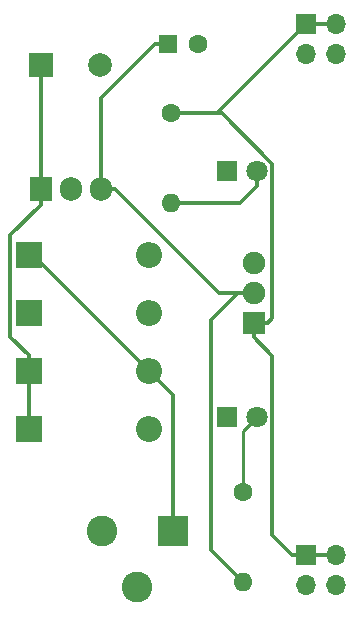
<source format=gbr>
G04 #@! TF.GenerationSoftware,KiCad,Pcbnew,(5.1.4)-1*
G04 #@! TF.CreationDate,2019-09-17T14:56:49+03:00*
G04 #@! TF.ProjectId,Project_1_Breadboard_power_supply,50726f6a-6563-4745-9f31-5f4272656164,v1*
G04 #@! TF.SameCoordinates,Original*
G04 #@! TF.FileFunction,Copper,L1,Top*
G04 #@! TF.FilePolarity,Positive*
%FSLAX46Y46*%
G04 Gerber Fmt 4.6, Leading zero omitted, Abs format (unit mm)*
G04 Created by KiCad (PCBNEW (5.1.4)-1) date 2019-09-17 14:56:49*
%MOMM*%
%LPD*%
G04 APERTURE LIST*
%ADD10R,2.000000X2.000000*%
%ADD11C,2.000000*%
%ADD12R,1.600000X1.600000*%
%ADD13C,1.600000*%
%ADD14O,2.200000X2.200000*%
%ADD15R,2.200000X2.200000*%
%ADD16C,1.800000*%
%ADD17R,1.800000X1.800000*%
%ADD18R,2.600000X2.600000*%
%ADD19C,2.600000*%
%ADD20O,1.700000X1.700000*%
%ADD21R,1.700000X1.700000*%
%ADD22O,1.600000X1.600000*%
%ADD23R,1.900000X1.900000*%
%ADD24C,1.900000*%
%ADD25R,1.905000X2.000000*%
%ADD26O,1.905000X2.000000*%
%ADD27C,0.300000*%
%ADD28C,0.250000*%
G04 APERTURE END LIST*
D10*
X132334000Y-69977000D03*
D11*
X137334000Y-69977000D03*
D12*
X143129000Y-68199000D03*
D13*
X145629000Y-68199000D03*
D14*
X141478000Y-95927332D03*
D15*
X131318000Y-95927332D03*
D14*
X141478000Y-86106000D03*
D15*
X131318000Y-86106000D03*
X131318000Y-100838000D03*
D14*
X141478000Y-100838000D03*
D15*
X131318000Y-91016666D03*
D14*
X141478000Y-91016666D03*
D16*
X150622000Y-99822000D03*
D17*
X148082000Y-99822000D03*
X148082000Y-78994000D03*
D16*
X150622000Y-78994000D03*
D18*
X143510000Y-109474000D03*
D19*
X137510000Y-109474000D03*
X140510000Y-114174000D03*
D20*
X157353000Y-69084000D03*
X154813000Y-69084000D03*
X157353000Y-66544000D03*
D21*
X154813000Y-66544000D03*
X154813000Y-111506000D03*
D20*
X157353000Y-111506000D03*
X154813000Y-114046000D03*
X157353000Y-114046000D03*
D22*
X149479000Y-113792000D03*
D13*
X149479000Y-106172000D03*
X143383000Y-74041000D03*
D22*
X143383000Y-81661000D03*
D23*
X150368000Y-91788000D03*
D24*
X150368000Y-89288000D03*
X150368000Y-86788000D03*
D25*
X132334000Y-80518000D03*
D26*
X134874000Y-80518000D03*
X137414000Y-80518000D03*
D27*
X132334000Y-69977000D02*
X132334000Y-80518000D01*
X131318000Y-94527332D02*
X131318000Y-95927332D01*
X129767999Y-92977331D02*
X131318000Y-94527332D01*
X129767999Y-84384001D02*
X129767999Y-92977331D01*
X132334000Y-81818000D02*
X129767999Y-84384001D01*
X132334000Y-80518000D02*
X132334000Y-81818000D01*
X131318000Y-95927332D02*
X131318000Y-100838000D01*
X142029000Y-68199000D02*
X143129000Y-68199000D01*
X137414000Y-72814000D02*
X142029000Y-68199000D01*
X137414000Y-80518000D02*
X137414000Y-72814000D01*
X146731999Y-91580499D02*
X149024498Y-89288000D01*
X149479000Y-113792000D02*
X146731999Y-111044999D01*
X146731999Y-111044999D02*
X146731999Y-91580499D01*
X149024498Y-89288000D02*
X150368000Y-89288000D01*
X147436500Y-89288000D02*
X149024498Y-89288000D01*
X138666500Y-80518000D02*
X147436500Y-89288000D01*
X137414000Y-80518000D02*
X138666500Y-80518000D01*
X143510000Y-97959332D02*
X141478000Y-95927332D01*
X143510000Y-109474000D02*
X143510000Y-97959332D01*
X131656668Y-86106000D02*
X131318000Y-86106000D01*
X141478000Y-95927332D02*
X131656668Y-86106000D01*
D28*
X149479000Y-100965000D02*
X150622000Y-99822000D01*
X149479000Y-106172000D02*
X149479000Y-100965000D01*
D27*
X144514370Y-81661000D02*
X143383000Y-81661000D01*
X149227792Y-81661000D02*
X144514370Y-81661000D01*
X150622000Y-80266792D02*
X149227792Y-81661000D01*
X150622000Y-78994000D02*
X150622000Y-80266792D01*
X157353000Y-111506000D02*
X154813000Y-111506000D01*
X150368000Y-93038000D02*
X150368000Y-91788000D01*
X151972001Y-94642001D02*
X150368000Y-93038000D01*
X151972001Y-109815001D02*
X151972001Y-94642001D01*
X153663000Y-111506000D02*
X151972001Y-109815001D01*
X154813000Y-111506000D02*
X153663000Y-111506000D01*
X143383000Y-74041000D02*
X147316000Y-74041000D01*
X157353000Y-66544000D02*
X154813000Y-66544000D01*
X147316000Y-74041000D02*
X154813000Y-66544000D01*
X144514370Y-74041000D02*
X143383000Y-74041000D01*
X147667002Y-74041000D02*
X144514370Y-74041000D01*
X151972001Y-78345999D02*
X147667002Y-74041000D01*
X151972001Y-91433999D02*
X151972001Y-78345999D01*
X151618000Y-91788000D02*
X151972001Y-91433999D01*
X150368000Y-91788000D02*
X151618000Y-91788000D01*
M02*

</source>
